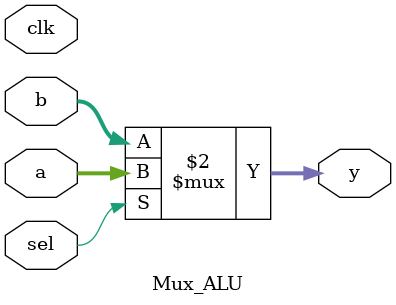
<source format=v>
module Mux_ALU(
    output reg [4:0] y, //[BITS-1:0] y, Output of Multiplexer
    input wire [4:0] a, b, //[BITS-1:0] a, Input 1 of Multiplexer b, // Input 0 of Multiplexer
    input wire sel, clk// Select input is ALUSrc
    );
    always @(*)
    begin
        y = sel ? a : b;
        end
endmodule
</source>
